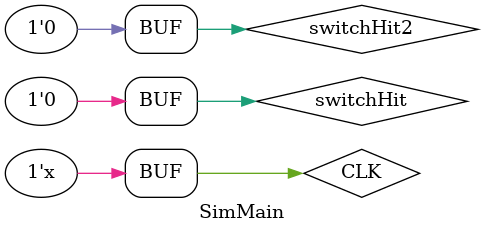
<source format=v>

`timescale 1ns / 1ps


module SimMain();

    parameter CLK_CYCLE = 4;

    reg CLK;
    reg switchHit;
    reg switchHit2;
    wire [7:0] LED0;
    wire [7:0] LED1;
    wire [7:0] LEDBit;


    initial begin 
        CLK = 'b0;
        switchHit = 'b0;
        switchHit2 = 'b0;
    end

    always #(CLK_CYCLE/2) CLK = ~CLK;

    // wire [2: 0] status;

    Test test(
        CLK,
        switchHit,
        switchHit2,
        LED0,
        LED1,
        LEDBit
    );

    initial begin 
        switchHit = 'b0;
        #200;

        switchHit = ~switchHit;

        #50 
        switchHit = ~switchHit;

        #50 
        switchHit = ~switchHit;

        #50 
        switchHit = ~switchHit;

        #50 
        switchHit = ~switchHit;

        #50 
        switchHit = ~switchHit;

        #50 
        switchHit = ~switchHit;

        #50 
        switchHit = ~switchHit;

        #50 
        switchHit = ~switchHit;
    end

endmodule

</source>
